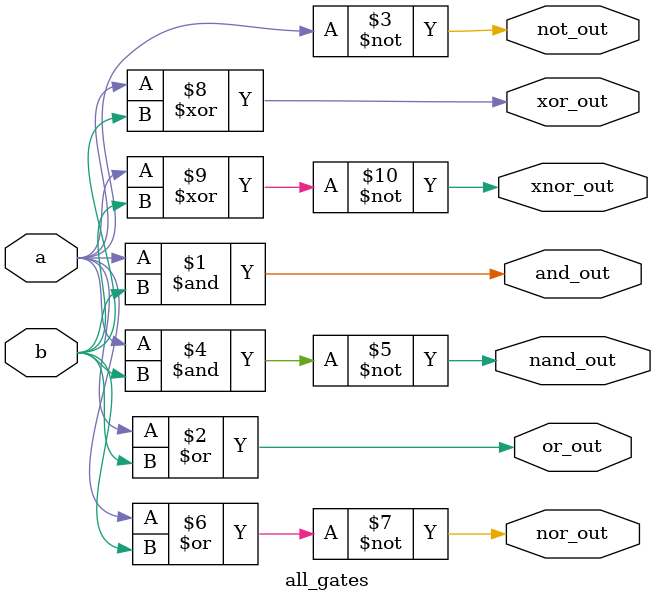
<source format=v>
`timescale 1ns / 1ps


module all_gates(
    input a, b,
    output and_out, or_out, not_out, nand_out, nor_out, xor_out, xnor_out
);
    assign and_out = a & b;
    assign or_out = a | b;
    assign not_out = ~a;
    assign nand_out = ~(a & b);
    assign nor_out = ~(a | b);
    assign xor_out = a ^ b;
    assign xnor_out = ~(a ^ b);
endmodule


</source>
